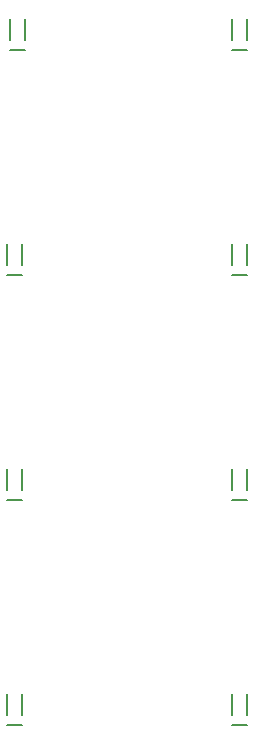
<source format=gbo>
G75*
%MOIN*%
%OFA0B0*%
%FSLAX25Y25*%
%IPPOS*%
%LPD*%
%AMOC8*
5,1,8,0,0,1.08239X$1,22.5*
%
%ADD10C,0.00800*%
D10*
X0069789Y0059681D02*
X0074711Y0059681D01*
X0074711Y0063107D02*
X0074711Y0070193D01*
X0069789Y0070193D02*
X0069789Y0063107D01*
X0069789Y0134681D02*
X0074711Y0134681D01*
X0074711Y0138107D02*
X0074711Y0145193D01*
X0069789Y0145193D02*
X0069789Y0138107D01*
X0069789Y0209681D02*
X0074711Y0209681D01*
X0074711Y0213107D02*
X0074711Y0220193D01*
X0069789Y0220193D02*
X0069789Y0213107D01*
X0070789Y0284681D02*
X0075711Y0284681D01*
X0075711Y0288107D02*
X0075711Y0295193D01*
X0070789Y0295193D02*
X0070789Y0288107D01*
X0144789Y0288107D02*
X0144789Y0295193D01*
X0149711Y0295193D02*
X0149711Y0288107D01*
X0149711Y0284681D02*
X0144789Y0284681D01*
X0144789Y0220193D02*
X0144789Y0213107D01*
X0144789Y0209681D02*
X0149711Y0209681D01*
X0149711Y0213107D02*
X0149711Y0220193D01*
X0149711Y0145193D02*
X0149711Y0138107D01*
X0149711Y0134681D02*
X0144789Y0134681D01*
X0144789Y0138107D02*
X0144789Y0145193D01*
X0144789Y0070193D02*
X0144789Y0063107D01*
X0144789Y0059681D02*
X0149711Y0059681D01*
X0149711Y0063107D02*
X0149711Y0070193D01*
M02*

</source>
